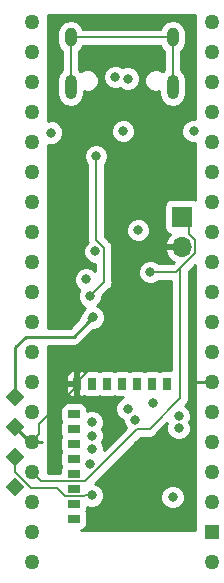
<source format=gbr>
G04 #@! TF.GenerationSoftware,KiCad,Pcbnew,(5.0.0)*
G04 #@! TF.CreationDate,2020-11-24T21:09:57-06:00*
G04 #@! TF.ProjectId,BlueMacro,426C75654D6163726F2E6B696361645F,rev?*
G04 #@! TF.SameCoordinates,Original*
G04 #@! TF.FileFunction,Copper,L4,Bot,Signal*
G04 #@! TF.FilePolarity,Positive*
%FSLAX46Y46*%
G04 Gerber Fmt 4.6, Leading zero omitted, Abs format (unit mm)*
G04 Created by KiCad (PCBNEW (5.0.0)) date 11/24/20 21:09:57*
%MOMM*%
%LPD*%
G01*
G04 APERTURE LIST*
G04 #@! TA.AperFunction,WasherPad*
%ADD10C,1.270000*%
G04 #@! TD*
G04 #@! TA.AperFunction,ComponentPad*
%ADD11C,1.270000*%
G04 #@! TD*
G04 #@! TA.AperFunction,ComponentPad*
%ADD12R,1.250000X1.250000*%
G04 #@! TD*
G04 #@! TA.AperFunction,ComponentPad*
%ADD13R,1.700000X1.700000*%
G04 #@! TD*
G04 #@! TA.AperFunction,ComponentPad*
%ADD14O,1.700000X1.700000*%
G04 #@! TD*
G04 #@! TA.AperFunction,ComponentPad*
%ADD15O,1.000000X1.600000*%
G04 #@! TD*
G04 #@! TA.AperFunction,ComponentPad*
%ADD16O,1.000000X2.100000*%
G04 #@! TD*
G04 #@! TA.AperFunction,ComponentPad*
%ADD17R,0.650000X1.000000*%
G04 #@! TD*
G04 #@! TA.AperFunction,ComponentPad*
%ADD18R,1.000000X0.650000*%
G04 #@! TD*
G04 #@! TA.AperFunction,ComponentPad*
%ADD19C,1.100000*%
G04 #@! TD*
G04 #@! TA.AperFunction,Conductor*
%ADD20C,0.100000*%
G04 #@! TD*
G04 #@! TA.AperFunction,ViaPad*
%ADD21C,0.800000*%
G04 #@! TD*
G04 #@! TA.AperFunction,Conductor*
%ADD22C,0.200000*%
G04 #@! TD*
G04 #@! TA.AperFunction,Conductor*
%ADD23C,0.250000*%
G04 #@! TD*
G04 #@! TA.AperFunction,Conductor*
%ADD24C,0.254000*%
G04 #@! TD*
G04 APERTURE END LIST*
D10*
G04 #@! TO.P,U4,*
G04 #@! TO.N,*
X55880000Y-27940000D03*
X40640000Y-27940000D03*
X55880000Y-73660000D03*
X40640000Y-73660000D03*
D11*
G04 #@! TO.P,U4,34*
G04 #@! TO.N,/P0.10*
X40640000Y-71120000D03*
G04 #@! TO.P,U4,33*
G04 #@! TO.N,/P0.09*
X40640000Y-68580000D03*
G04 #@! TO.P,U4,32*
G04 #@! TO.N,VBatt*
X40640000Y-66040000D03*
G04 #@! TO.P,U4,31*
G04 #@! TO.N,GND*
X40640000Y-63500000D03*
G04 #@! TO.P,U4,30*
G04 #@! TO.N,Reset*
X40640000Y-60960000D03*
G04 #@! TO.P,U4,27*
G04 #@! TO.N,N/C*
X40640000Y-53340000D03*
G04 #@! TO.P,U4,26*
G04 #@! TO.N,/P0.20*
X40640000Y-50800000D03*
G04 #@! TO.P,U4,25*
G04 #@! TO.N,/P0.17*
X40640000Y-48260000D03*
G04 #@! TO.P,U4,28*
G04 #@! TO.N,N/C*
X40640000Y-55880000D03*
G04 #@! TO.P,U4,29*
G04 #@! TO.N,VBus*
X40640000Y-58420000D03*
D12*
G04 #@! TO.P,U4,1*
G04 #@! TO.N,/P1.11*
X55880000Y-71120000D03*
D11*
G04 #@! TO.P,U4,2*
G04 #@! TO.N,/P0.03*
X55880000Y-68580000D03*
G04 #@! TO.P,U4,3*
G04 #@! TO.N,/P0.28*
X55880000Y-66040000D03*
G04 #@! TO.P,U4,4*
G04 #@! TO.N,/P1.13*
X55880000Y-63500000D03*
G04 #@! TO.P,U4,5*
G04 #@! TO.N,Reset*
X55880000Y-60960000D03*
G04 #@! TO.P,U4,6*
G04 #@! TO.N,GND*
X55880000Y-58420000D03*
G04 #@! TO.P,U4,7*
G04 #@! TO.N,/P0.30*
X55880000Y-55880000D03*
G04 #@! TO.P,U4,8*
G04 #@! TO.N,/P0.02*
X55880000Y-53340000D03*
G04 #@! TO.P,U4,9*
G04 #@! TO.N,/P0.29*
X55880000Y-50800000D03*
G04 #@! TO.P,U4,10*
G04 #@! TO.N,/P0.26*
X55880000Y-48260000D03*
G04 #@! TO.P,U4,11*
G04 #@! TO.N,/P0.06*
X55880000Y-45720000D03*
G04 #@! TO.P,U4,12*
G04 #@! TO.N,/P0.05*
X55880000Y-43180000D03*
G04 #@! TO.P,U4,24*
G04 #@! TO.N,/P0.15*
X40640000Y-45720000D03*
G04 #@! TO.P,U4,23*
G04 #@! TO.N,/P0.13*
X40640000Y-43180000D03*
G04 #@! TO.P,U4,22*
G04 #@! TO.N,/P0.22*
X40640000Y-40640000D03*
G04 #@! TO.P,U4,21*
G04 #@! TO.N,/P0.24*
X40640000Y-38100000D03*
G04 #@! TO.P,U4,20*
G04 #@! TO.N,N/C*
X40640000Y-35560000D03*
G04 #@! TO.P,U4,19*
G04 #@! TO.N,/3V3*
X40640000Y-33020000D03*
G04 #@! TO.P,U4,18*
G04 #@! TO.N,/P0.07*
X40640000Y-30480000D03*
G04 #@! TO.P,U4,17*
G04 #@! TO.N,/P1.06*
X55880000Y-30480000D03*
G04 #@! TO.P,U4,16*
G04 #@! TO.N,/P0.12*
X55880000Y-33020000D03*
G04 #@! TO.P,U4,15*
G04 #@! TO.N,/P0.04*
X55880000Y-35560000D03*
G04 #@! TO.P,U4,14*
G04 #@! TO.N,/P1.09*
X55880000Y-38100000D03*
G04 #@! TO.P,U4,13*
G04 #@! TO.N,/P0.08*
X55880000Y-40640000D03*
G04 #@! TD*
D13*
G04 #@! TO.P,J1,1*
G04 #@! TO.N,VBatt*
X53340000Y-44450000D03*
D14*
G04 #@! TO.P,J1,2*
G04 #@! TO.N,GND*
X53340000Y-46990000D03*
G04 #@! TD*
D15*
G04 #@! TO.P,J3,S1*
G04 #@! TO.N,Net-(J3-PadS1)*
X43940000Y-29270000D03*
X52580000Y-29270000D03*
D16*
X43940000Y-33450000D03*
X52580000Y-33450000D03*
G04 #@! TD*
D17*
G04 #@! TO.P,U2,18*
G04 #@! TO.N,/P0.04*
X48283000Y-58607000D03*
G04 #@! TO.P,U2,24*
G04 #@! TO.N,GND*
X44473000Y-58607000D03*
G04 #@! TO.P,U2,22*
G04 #@! TO.N,/P0.07*
X45743000Y-58607000D03*
G04 #@! TO.P,U2,16*
G04 #@! TO.N,/P0.08*
X49553000Y-58607000D03*
G04 #@! TO.P,U2,20*
G04 #@! TO.N,/P0.12*
X47013000Y-58607000D03*
G04 #@! TO.P,U2,12*
G04 #@! TO.N,/P0.26*
X52093000Y-58607000D03*
G04 #@! TO.P,U2,14*
G04 #@! TO.N,/P0.06*
X50823000Y-58607000D03*
D18*
G04 #@! TO.P,U2,42*
G04 #@! TO.N,/P1.06*
X44219000Y-70037000D03*
G04 #@! TO.P,U2,40*
G04 #@! TO.N,RED_LED*
X44219000Y-68767000D03*
G04 #@! TO.P,U2,38*
G04 #@! TO.N,N/C*
X44219000Y-67497000D03*
G04 #@! TO.P,U2,36*
G04 #@! TO.N,SWO*
X44219000Y-66227000D03*
G04 #@! TO.P,U2,34*
G04 #@! TO.N,/P0.22*
X44219000Y-64957000D03*
G04 #@! TO.P,U2,32*
G04 #@! TO.N,/P0.20*
X44219000Y-63687000D03*
G04 #@! TO.P,U2,30*
G04 #@! TO.N,/P0.17*
X44219000Y-62417000D03*
G04 #@! TO.P,U2,28*
G04 #@! TO.N,/P0.15*
X44219000Y-61147000D03*
G04 #@! TD*
D19*
G04 #@! TO.P,TP1,1*
G04 #@! TO.N,VCC*
X39243000Y-59690000D03*
D20*
G04 #@! TD*
G04 #@! TO.N,VCC*
G04 #@! TO.C,TP1*
G36*
X39243000Y-60467817D02*
X38465183Y-59690000D01*
X39243000Y-58912183D01*
X40020817Y-59690000D01*
X39243000Y-60467817D01*
X39243000Y-60467817D01*
G37*
D19*
G04 #@! TO.P,TP2,1*
G04 #@! TO.N,GND*
X39243000Y-62230000D03*
D20*
G04 #@! TD*
G04 #@! TO.N,GND*
G04 #@! TO.C,TP2*
G36*
X39243000Y-63007817D02*
X38465183Y-62230000D01*
X39243000Y-61452183D01*
X40020817Y-62230000D01*
X39243000Y-63007817D01*
X39243000Y-63007817D01*
G37*
D19*
G04 #@! TO.P,TP3,1*
G04 #@! TO.N,SWDCLK*
X39243000Y-64770000D03*
D20*
G04 #@! TD*
G04 #@! TO.N,SWDCLK*
G04 #@! TO.C,TP3*
G36*
X39243000Y-65547817D02*
X38465183Y-64770000D01*
X39243000Y-63992183D01*
X40020817Y-64770000D01*
X39243000Y-65547817D01*
X39243000Y-65547817D01*
G37*
D19*
G04 #@! TO.P,TP4,1*
G04 #@! TO.N,SWDIO*
X39243000Y-67310000D03*
D20*
G04 #@! TD*
G04 #@! TO.N,SWDIO*
G04 #@! TO.C,TP4*
G36*
X39243000Y-68087817D02*
X38465183Y-67310000D01*
X39243000Y-66532183D01*
X40020817Y-67310000D01*
X39243000Y-68087817D01*
X39243000Y-68087817D01*
G37*
D21*
G04 #@! TO.N,GND*
X53340000Y-42418000D03*
X52203831Y-35488064D03*
X44316172Y-35488067D03*
X43942000Y-50546000D03*
X47371000Y-42037000D03*
X49657000Y-63754000D03*
X48338011Y-62357000D03*
G04 #@! TO.N,Net-(C3-Pad1)*
X45575836Y-51184011D03*
X46085447Y-39315048D03*
G04 #@! TO.N,VBatt*
X50673000Y-49149000D03*
G04 #@! TO.N,VCC*
X45835649Y-52973684D03*
G04 #@! TO.N,VBatt_Monitor*
X49657000Y-45593000D03*
X49403000Y-61631990D03*
G04 #@! TO.N,VBus*
X46045497Y-47402942D03*
X48387000Y-37211000D03*
G04 #@! TO.N,RED_LED*
X42291001Y-37338001D03*
G04 #@! TO.N,BLUE_LED*
X52578008Y-68199000D03*
X54356004Y-37211000D03*
G04 #@! TO.N,SWDCLK*
X45719015Y-68052429D03*
G04 #@! TO.N,D+*
X45718490Y-62992004D03*
X48768000Y-32766000D03*
G04 #@! TO.N,D-*
X47726976Y-32628914D03*
X45720000Y-61849000D03*
G04 #@! TO.N,SWO*
X45247876Y-49774684D03*
G04 #@! TO.N,/P0.24*
X45574265Y-65386271D03*
G04 #@! TO.N,/P0.13*
X45718490Y-64135000D03*
G04 #@! TO.N,/P0.02*
X53085990Y-62357000D03*
G04 #@! TO.N,/P0.29*
X53086000Y-61341000D03*
G04 #@! TO.N,/P1.09*
X48768000Y-60706000D03*
G04 #@! TO.N,/P0.05*
X50878011Y-60198006D03*
G04 #@! TD*
D22*
G04 #@! TO.N,GND*
X41274999Y-62865001D02*
X40640000Y-63500000D01*
X41274999Y-61980001D02*
X41274999Y-62865001D01*
X44473000Y-58782000D02*
X41274999Y-61980001D01*
X44473000Y-58607000D02*
X44473000Y-58782000D01*
X44473000Y-58607000D02*
X44473000Y-58432000D01*
X47285002Y-55619998D02*
X47285002Y-52414000D01*
X44473000Y-58432000D02*
X47285002Y-55619998D01*
D23*
X55880000Y-58420000D02*
X54356000Y-58420000D01*
X41538025Y-63500000D02*
X40640000Y-63500000D01*
X40513000Y-63500000D02*
X39243000Y-62230000D01*
X40640000Y-63500000D02*
X40513000Y-63500000D01*
D22*
G04 #@! TO.N,Net-(C3-Pad1)*
X46745498Y-50014349D02*
X46745498Y-47066941D01*
X46085447Y-46406890D02*
X46085447Y-39880733D01*
X45575836Y-51184011D02*
X46745498Y-50014349D01*
X46085447Y-39880733D02*
X46085447Y-39315048D01*
X46745498Y-47066941D02*
X46085447Y-46406890D01*
G04 #@! TO.N,VBatt*
X40640000Y-66040000D02*
X41452001Y-66852001D01*
X41452001Y-66852001D02*
X45161999Y-66852001D01*
X50628001Y-62422001D02*
X53213000Y-59837002D01*
X49591999Y-62422001D02*
X50628001Y-62422001D01*
X45161999Y-66852001D02*
X49591999Y-62422001D01*
X53213000Y-59837002D02*
X53213000Y-48819002D01*
X52883002Y-49149000D02*
X50673000Y-49149000D01*
X53213000Y-48819002D02*
X52883002Y-49149000D01*
X53594000Y-44450000D02*
X53340000Y-44450000D01*
X53975000Y-44831000D02*
X53594000Y-44450000D01*
X53975000Y-45922998D02*
X53975000Y-44831000D01*
X54490001Y-46437999D02*
X53975000Y-45922998D01*
X53213000Y-48819002D02*
X54490001Y-47542001D01*
X54490001Y-47542001D02*
X54490001Y-46437999D01*
D23*
G04 #@! TO.N,VCC*
X45434997Y-53045677D02*
X45763656Y-53045677D01*
X45435650Y-53373683D02*
X45835649Y-52973684D01*
X45763656Y-53045677D02*
X45835649Y-52973684D01*
X40132000Y-54610000D02*
X44199333Y-54610000D01*
X39243000Y-59690000D02*
X39243000Y-55499000D01*
X39243000Y-55499000D02*
X40132000Y-54610000D01*
X44199333Y-54610000D02*
X45435650Y-53373683D01*
D22*
G04 #@! TO.N,SWDCLK*
X39243000Y-64770000D02*
X39243000Y-66107902D01*
X42755001Y-67418001D02*
X43463329Y-68126329D01*
X45079430Y-68126329D02*
X45153330Y-68052429D01*
X43463329Y-68126329D02*
X45079430Y-68126329D01*
X45153330Y-68052429D02*
X45719015Y-68052429D01*
X40553099Y-67418001D02*
X42755001Y-67418001D01*
X39243000Y-66107902D02*
X40553099Y-67418001D01*
G04 #@! TO.N,Net-(J3-PadS1)*
X52580000Y-30270000D02*
X52580000Y-33450000D01*
X52580000Y-29270000D02*
X52580000Y-30270000D01*
X43940000Y-30270000D02*
X43940000Y-33450000D01*
X43940000Y-29270000D02*
X43940000Y-30270000D01*
X43940000Y-29270000D02*
X51880000Y-29270000D01*
X51880000Y-29270000D02*
X52580000Y-29270000D01*
G04 #@! TD*
D24*
G04 #@! TO.N,GND*
G36*
X54483000Y-70993000D02*
X44801650Y-70993000D01*
X44966765Y-70960157D01*
X45176809Y-70819809D01*
X45317157Y-70609765D01*
X45366440Y-70362000D01*
X45366440Y-69712000D01*
X45317157Y-69464235D01*
X45275573Y-69402000D01*
X45317157Y-69339765D01*
X45366440Y-69092000D01*
X45366440Y-69026664D01*
X45513141Y-69087429D01*
X45924889Y-69087429D01*
X46305295Y-68929860D01*
X46596446Y-68638709D01*
X46754015Y-68258303D01*
X46754015Y-67993126D01*
X51543008Y-67993126D01*
X51543008Y-68404874D01*
X51700577Y-68785280D01*
X51991728Y-69076431D01*
X52372134Y-69234000D01*
X52783882Y-69234000D01*
X53164288Y-69076431D01*
X53455439Y-68785280D01*
X53613008Y-68404874D01*
X53613008Y-67993126D01*
X53455439Y-67612720D01*
X53164288Y-67321569D01*
X52783882Y-67164000D01*
X52372134Y-67164000D01*
X51991728Y-67321569D01*
X51700577Y-67612720D01*
X51543008Y-67993126D01*
X46754015Y-67993126D01*
X46754015Y-67846555D01*
X46596446Y-67466149D01*
X46305295Y-67174998D01*
X46003468Y-67049978D01*
X49896446Y-63157001D01*
X50555617Y-63157001D01*
X50628001Y-63171399D01*
X50700385Y-63157001D01*
X50700389Y-63157001D01*
X50914784Y-63114355D01*
X51157906Y-62951906D01*
X51198912Y-62890536D01*
X52130658Y-61958791D01*
X52050990Y-62151126D01*
X52050990Y-62562874D01*
X52208559Y-62943280D01*
X52499710Y-63234431D01*
X52880116Y-63392000D01*
X53291864Y-63392000D01*
X53672270Y-63234431D01*
X53963421Y-62943280D01*
X54120990Y-62562874D01*
X54120990Y-62151126D01*
X53995851Y-61849012D01*
X54121000Y-61546874D01*
X54121000Y-61135126D01*
X53963431Y-60754720D01*
X53672280Y-60463569D01*
X53639470Y-60449979D01*
X53681538Y-60407911D01*
X53742905Y-60366907D01*
X53905354Y-60123785D01*
X53948000Y-59909390D01*
X53948000Y-59909389D01*
X53962399Y-59837002D01*
X53948000Y-59764614D01*
X53948000Y-49123448D01*
X54483000Y-48588449D01*
X54483000Y-70993000D01*
X54483000Y-70993000D01*
G37*
X54483000Y-70993000D02*
X44801650Y-70993000D01*
X44966765Y-70960157D01*
X45176809Y-70819809D01*
X45317157Y-70609765D01*
X45366440Y-70362000D01*
X45366440Y-69712000D01*
X45317157Y-69464235D01*
X45275573Y-69402000D01*
X45317157Y-69339765D01*
X45366440Y-69092000D01*
X45366440Y-69026664D01*
X45513141Y-69087429D01*
X45924889Y-69087429D01*
X46305295Y-68929860D01*
X46596446Y-68638709D01*
X46754015Y-68258303D01*
X46754015Y-67993126D01*
X51543008Y-67993126D01*
X51543008Y-68404874D01*
X51700577Y-68785280D01*
X51991728Y-69076431D01*
X52372134Y-69234000D01*
X52783882Y-69234000D01*
X53164288Y-69076431D01*
X53455439Y-68785280D01*
X53613008Y-68404874D01*
X53613008Y-67993126D01*
X53455439Y-67612720D01*
X53164288Y-67321569D01*
X52783882Y-67164000D01*
X52372134Y-67164000D01*
X51991728Y-67321569D01*
X51700577Y-67612720D01*
X51543008Y-67993126D01*
X46754015Y-67993126D01*
X46754015Y-67846555D01*
X46596446Y-67466149D01*
X46305295Y-67174998D01*
X46003468Y-67049978D01*
X49896446Y-63157001D01*
X50555617Y-63157001D01*
X50628001Y-63171399D01*
X50700385Y-63157001D01*
X50700389Y-63157001D01*
X50914784Y-63114355D01*
X51157906Y-62951906D01*
X51198912Y-62890536D01*
X52130658Y-61958791D01*
X52050990Y-62151126D01*
X52050990Y-62562874D01*
X52208559Y-62943280D01*
X52499710Y-63234431D01*
X52880116Y-63392000D01*
X53291864Y-63392000D01*
X53672270Y-63234431D01*
X53963421Y-62943280D01*
X54120990Y-62562874D01*
X54120990Y-62151126D01*
X53995851Y-61849012D01*
X54121000Y-61546874D01*
X54121000Y-61135126D01*
X53963431Y-60754720D01*
X53672280Y-60463569D01*
X53639470Y-60449979D01*
X53681538Y-60407911D01*
X53742905Y-60366907D01*
X53905354Y-60123785D01*
X53948000Y-59909390D01*
X53948000Y-59909389D01*
X53962399Y-59837002D01*
X53948000Y-59764614D01*
X53948000Y-49123448D01*
X54483000Y-48588449D01*
X54483000Y-70993000D01*
G36*
X54483000Y-36176000D02*
X54150130Y-36176000D01*
X53769724Y-36333569D01*
X53478573Y-36624720D01*
X53321004Y-37005126D01*
X53321004Y-37416874D01*
X53478573Y-37797280D01*
X53769724Y-38088431D01*
X54150130Y-38246000D01*
X54483000Y-38246000D01*
X54483000Y-43032068D01*
X54437765Y-43001843D01*
X54190000Y-42952560D01*
X52490000Y-42952560D01*
X52242235Y-43001843D01*
X52032191Y-43142191D01*
X51891843Y-43352235D01*
X51842560Y-43600000D01*
X51842560Y-45300000D01*
X51891843Y-45547765D01*
X52032191Y-45757809D01*
X52242235Y-45898157D01*
X52345708Y-45918739D01*
X52068355Y-46223076D01*
X51898524Y-46633110D01*
X52019845Y-46863000D01*
X53213000Y-46863000D01*
X53213000Y-46843000D01*
X53467000Y-46843000D01*
X53467000Y-46863000D01*
X53487000Y-46863000D01*
X53487000Y-47117000D01*
X53467000Y-47117000D01*
X53467000Y-47137000D01*
X53213000Y-47137000D01*
X53213000Y-47117000D01*
X52019845Y-47117000D01*
X51898524Y-47346890D01*
X52068355Y-47756924D01*
X52458642Y-48185183D01*
X52682335Y-48290235D01*
X52642092Y-48350464D01*
X52578556Y-48414000D01*
X51401711Y-48414000D01*
X51259280Y-48271569D01*
X50878874Y-48114000D01*
X50467126Y-48114000D01*
X50086720Y-48271569D01*
X49795569Y-48562720D01*
X49638000Y-48943126D01*
X49638000Y-49354874D01*
X49795569Y-49735280D01*
X50086720Y-50026431D01*
X50467126Y-50184000D01*
X50878874Y-50184000D01*
X51259280Y-50026431D01*
X51401711Y-49884000D01*
X52478001Y-49884000D01*
X52478000Y-57471495D01*
X52418000Y-57459560D01*
X51768000Y-57459560D01*
X51520235Y-57508843D01*
X51458000Y-57550427D01*
X51395765Y-57508843D01*
X51148000Y-57459560D01*
X50498000Y-57459560D01*
X50250235Y-57508843D01*
X50188000Y-57550427D01*
X50125765Y-57508843D01*
X49878000Y-57459560D01*
X49228000Y-57459560D01*
X48980235Y-57508843D01*
X48918000Y-57550427D01*
X48855765Y-57508843D01*
X48608000Y-57459560D01*
X47958000Y-57459560D01*
X47710235Y-57508843D01*
X47648000Y-57550427D01*
X47585765Y-57508843D01*
X47338000Y-57459560D01*
X46688000Y-57459560D01*
X46440235Y-57508843D01*
X46378000Y-57550427D01*
X46315765Y-57508843D01*
X46068000Y-57459560D01*
X45418000Y-57459560D01*
X45170235Y-57508843D01*
X45110162Y-57548983D01*
X44924309Y-57472000D01*
X44758750Y-57472000D01*
X44600000Y-57630750D01*
X44600000Y-58480000D01*
X44620000Y-58480000D01*
X44620000Y-58734000D01*
X44600000Y-58734000D01*
X44600000Y-59583250D01*
X44758750Y-59742000D01*
X44924309Y-59742000D01*
X45110162Y-59665017D01*
X45170235Y-59705157D01*
X45418000Y-59754440D01*
X46068000Y-59754440D01*
X46315765Y-59705157D01*
X46378000Y-59663573D01*
X46440235Y-59705157D01*
X46688000Y-59754440D01*
X47338000Y-59754440D01*
X47585765Y-59705157D01*
X47648000Y-59663573D01*
X47710235Y-59705157D01*
X47958000Y-59754440D01*
X48360684Y-59754440D01*
X48181720Y-59828569D01*
X47890569Y-60119720D01*
X47733000Y-60500126D01*
X47733000Y-60911874D01*
X47890569Y-61292280D01*
X48181720Y-61583431D01*
X48368000Y-61660591D01*
X48368000Y-61837864D01*
X48525569Y-62218270D01*
X48640926Y-62333627D01*
X46753490Y-64221064D01*
X46753490Y-63929126D01*
X46602044Y-63563502D01*
X46753490Y-63197878D01*
X46753490Y-62786130D01*
X46602797Y-62422325D01*
X46755000Y-62054874D01*
X46755000Y-61643126D01*
X46597431Y-61262720D01*
X46306280Y-60971569D01*
X45925874Y-60814000D01*
X45514126Y-60814000D01*
X45366440Y-60875173D01*
X45366440Y-60822000D01*
X45317157Y-60574235D01*
X45176809Y-60364191D01*
X44966765Y-60223843D01*
X44719000Y-60174560D01*
X43719000Y-60174560D01*
X43471235Y-60223843D01*
X43261191Y-60364191D01*
X43120843Y-60574235D01*
X43071560Y-60822000D01*
X43071560Y-61472000D01*
X43120843Y-61719765D01*
X43162427Y-61782000D01*
X43120843Y-61844235D01*
X43071560Y-62092000D01*
X43071560Y-62742000D01*
X43120843Y-62989765D01*
X43162427Y-63052000D01*
X43120843Y-63114235D01*
X43071560Y-63362000D01*
X43071560Y-64012000D01*
X43120843Y-64259765D01*
X43162427Y-64322000D01*
X43120843Y-64384235D01*
X43071560Y-64632000D01*
X43071560Y-65282000D01*
X43120843Y-65529765D01*
X43162427Y-65592000D01*
X43120843Y-65654235D01*
X43071560Y-65902000D01*
X43071560Y-66117001D01*
X42037000Y-66117001D01*
X42037000Y-58892750D01*
X43513000Y-58892750D01*
X43513000Y-59233310D01*
X43609673Y-59466699D01*
X43788302Y-59645327D01*
X44021691Y-59742000D01*
X44187250Y-59742000D01*
X44346000Y-59583250D01*
X44346000Y-58734000D01*
X43671750Y-58734000D01*
X43513000Y-58892750D01*
X42037000Y-58892750D01*
X42037000Y-57980690D01*
X43513000Y-57980690D01*
X43513000Y-58321250D01*
X43671750Y-58480000D01*
X44346000Y-58480000D01*
X44346000Y-57630750D01*
X44187250Y-57472000D01*
X44021691Y-57472000D01*
X43788302Y-57568673D01*
X43609673Y-57747301D01*
X43513000Y-57980690D01*
X42037000Y-57980690D01*
X42037000Y-55370000D01*
X44124486Y-55370000D01*
X44199333Y-55384888D01*
X44274180Y-55370000D01*
X44274185Y-55370000D01*
X44495870Y-55325904D01*
X44747262Y-55157929D01*
X44789664Y-55094470D01*
X45875451Y-54008684D01*
X46041523Y-54008684D01*
X46421929Y-53851115D01*
X46713080Y-53559964D01*
X46870649Y-53179558D01*
X46870649Y-52767810D01*
X46713080Y-52387404D01*
X46421929Y-52096253D01*
X46213598Y-52009960D01*
X46453267Y-51770291D01*
X46610836Y-51389885D01*
X46610836Y-51188457D01*
X47214036Y-50585258D01*
X47275403Y-50544254D01*
X47437852Y-50301132D01*
X47480498Y-50086737D01*
X47480498Y-50086733D01*
X47494896Y-50014349D01*
X47480498Y-49941965D01*
X47480498Y-47139324D01*
X47494896Y-47066940D01*
X47480498Y-46994556D01*
X47480498Y-46994553D01*
X47437852Y-46780158D01*
X47275403Y-46537036D01*
X47214035Y-46496031D01*
X46820447Y-46102444D01*
X46820447Y-45387126D01*
X48622000Y-45387126D01*
X48622000Y-45798874D01*
X48779569Y-46179280D01*
X49070720Y-46470431D01*
X49451126Y-46628000D01*
X49862874Y-46628000D01*
X50243280Y-46470431D01*
X50534431Y-46179280D01*
X50692000Y-45798874D01*
X50692000Y-45387126D01*
X50534431Y-45006720D01*
X50243280Y-44715569D01*
X49862874Y-44558000D01*
X49451126Y-44558000D01*
X49070720Y-44715569D01*
X48779569Y-45006720D01*
X48622000Y-45387126D01*
X46820447Y-45387126D01*
X46820447Y-40043759D01*
X46962878Y-39901328D01*
X47120447Y-39520922D01*
X47120447Y-39109174D01*
X46962878Y-38728768D01*
X46671727Y-38437617D01*
X46291321Y-38280048D01*
X45879573Y-38280048D01*
X45499167Y-38437617D01*
X45208016Y-38728768D01*
X45050447Y-39109174D01*
X45050447Y-39520922D01*
X45208016Y-39901328D01*
X45350448Y-40043760D01*
X45350447Y-46334506D01*
X45336049Y-46406890D01*
X45350447Y-46479274D01*
X45350447Y-46479277D01*
X45376164Y-46608564D01*
X45168066Y-46816662D01*
X45010497Y-47197068D01*
X45010497Y-47608816D01*
X45168066Y-47989222D01*
X45459217Y-48280373D01*
X45839623Y-48437942D01*
X46010499Y-48437942D01*
X46010498Y-49073595D01*
X45834156Y-48897253D01*
X45453750Y-48739684D01*
X45042002Y-48739684D01*
X44661596Y-48897253D01*
X44370445Y-49188404D01*
X44212876Y-49568810D01*
X44212876Y-49980558D01*
X44370445Y-50360964D01*
X44661596Y-50652115D01*
X44673787Y-50657165D01*
X44540836Y-50978137D01*
X44540836Y-51389885D01*
X44698405Y-51770291D01*
X44989556Y-52061442D01*
X45197887Y-52147735D01*
X44958218Y-52387404D01*
X44922249Y-52474241D01*
X44887068Y-52497748D01*
X44719093Y-52749140D01*
X44660108Y-53045677D01*
X44664877Y-53069654D01*
X43884532Y-53850000D01*
X42037000Y-53850000D01*
X42037000Y-38353066D01*
X42085127Y-38373001D01*
X42496875Y-38373001D01*
X42877281Y-38215432D01*
X43168432Y-37924281D01*
X43326001Y-37543875D01*
X43326001Y-37132127D01*
X43273396Y-37005126D01*
X47352000Y-37005126D01*
X47352000Y-37416874D01*
X47509569Y-37797280D01*
X47800720Y-38088431D01*
X48181126Y-38246000D01*
X48592874Y-38246000D01*
X48973280Y-38088431D01*
X49264431Y-37797280D01*
X49422000Y-37416874D01*
X49422000Y-37005126D01*
X49264431Y-36624720D01*
X48973280Y-36333569D01*
X48592874Y-36176000D01*
X48181126Y-36176000D01*
X47800720Y-36333569D01*
X47509569Y-36624720D01*
X47352000Y-37005126D01*
X43273396Y-37005126D01*
X43168432Y-36751721D01*
X42877281Y-36460570D01*
X42496875Y-36303001D01*
X42085127Y-36303001D01*
X42037000Y-36322936D01*
X42037000Y-28858217D01*
X42805000Y-28858217D01*
X42805000Y-29681782D01*
X42870854Y-30012854D01*
X43121711Y-30388289D01*
X43205000Y-30443941D01*
X43205001Y-32026059D01*
X43121712Y-32081711D01*
X42870854Y-32457145D01*
X42805000Y-32788217D01*
X42805000Y-34111782D01*
X42870854Y-34442854D01*
X43121711Y-34818289D01*
X43497145Y-35069146D01*
X43940000Y-35157235D01*
X44382854Y-35069146D01*
X44758289Y-34818289D01*
X45009146Y-34442855D01*
X45075000Y-34111783D01*
X45075000Y-33836904D01*
X45179044Y-33880000D01*
X45560956Y-33880000D01*
X45913797Y-33733849D01*
X46183849Y-33463797D01*
X46330000Y-33110956D01*
X46330000Y-32729044D01*
X46203250Y-32423040D01*
X46691976Y-32423040D01*
X46691976Y-32834788D01*
X46849545Y-33215194D01*
X47140696Y-33506345D01*
X47521102Y-33663914D01*
X47932850Y-33663914D01*
X48123311Y-33585022D01*
X48181720Y-33643431D01*
X48562126Y-33801000D01*
X48973874Y-33801000D01*
X49354280Y-33643431D01*
X49645431Y-33352280D01*
X49803000Y-32971874D01*
X49803000Y-32560126D01*
X49645431Y-32179720D01*
X49354280Y-31888569D01*
X48973874Y-31731000D01*
X48562126Y-31731000D01*
X48371665Y-31809892D01*
X48313256Y-31751483D01*
X47932850Y-31593914D01*
X47521102Y-31593914D01*
X47140696Y-31751483D01*
X46849545Y-32042634D01*
X46691976Y-32423040D01*
X46203250Y-32423040D01*
X46183849Y-32376203D01*
X45913797Y-32106151D01*
X45560956Y-31960000D01*
X45179044Y-31960000D01*
X44826203Y-32106151D01*
X44795281Y-32137073D01*
X44758289Y-32081711D01*
X44675000Y-32026059D01*
X44675000Y-30443941D01*
X44758289Y-30388289D01*
X45009146Y-30012855D01*
X45010708Y-30005000D01*
X51509292Y-30005000D01*
X51510854Y-30012854D01*
X51761711Y-30388289D01*
X51845000Y-30443941D01*
X51845001Y-32026059D01*
X51761712Y-32081711D01*
X51724720Y-32137074D01*
X51693797Y-32106151D01*
X51340956Y-31960000D01*
X50959044Y-31960000D01*
X50606203Y-32106151D01*
X50336151Y-32376203D01*
X50190000Y-32729044D01*
X50190000Y-33110956D01*
X50336151Y-33463797D01*
X50606203Y-33733849D01*
X50959044Y-33880000D01*
X51340956Y-33880000D01*
X51445000Y-33836904D01*
X51445000Y-34111782D01*
X51510854Y-34442854D01*
X51761711Y-34818289D01*
X52137145Y-35069146D01*
X52580000Y-35157235D01*
X53022854Y-35069146D01*
X53398289Y-34818289D01*
X53649146Y-34442855D01*
X53715000Y-34111783D01*
X53715000Y-32788217D01*
X53649146Y-32457145D01*
X53398289Y-32081711D01*
X53315000Y-32026059D01*
X53315000Y-30443941D01*
X53398289Y-30388289D01*
X53649146Y-30012855D01*
X53715000Y-29681783D01*
X53715000Y-28858218D01*
X53649146Y-28527146D01*
X53398289Y-28151711D01*
X53022855Y-27900854D01*
X52580000Y-27812765D01*
X52137146Y-27900854D01*
X51761712Y-28151711D01*
X51510854Y-28527145D01*
X51509292Y-28535000D01*
X45010708Y-28535000D01*
X45009146Y-28527146D01*
X44758289Y-28151711D01*
X44382855Y-27900854D01*
X43940000Y-27812765D01*
X43497146Y-27900854D01*
X43121712Y-28151711D01*
X42870854Y-28527145D01*
X42805000Y-28858217D01*
X42037000Y-28858217D01*
X42037000Y-27380000D01*
X54483000Y-27380000D01*
X54483000Y-36176000D01*
X54483000Y-36176000D01*
G37*
X54483000Y-36176000D02*
X54150130Y-36176000D01*
X53769724Y-36333569D01*
X53478573Y-36624720D01*
X53321004Y-37005126D01*
X53321004Y-37416874D01*
X53478573Y-37797280D01*
X53769724Y-38088431D01*
X54150130Y-38246000D01*
X54483000Y-38246000D01*
X54483000Y-43032068D01*
X54437765Y-43001843D01*
X54190000Y-42952560D01*
X52490000Y-42952560D01*
X52242235Y-43001843D01*
X52032191Y-43142191D01*
X51891843Y-43352235D01*
X51842560Y-43600000D01*
X51842560Y-45300000D01*
X51891843Y-45547765D01*
X52032191Y-45757809D01*
X52242235Y-45898157D01*
X52345708Y-45918739D01*
X52068355Y-46223076D01*
X51898524Y-46633110D01*
X52019845Y-46863000D01*
X53213000Y-46863000D01*
X53213000Y-46843000D01*
X53467000Y-46843000D01*
X53467000Y-46863000D01*
X53487000Y-46863000D01*
X53487000Y-47117000D01*
X53467000Y-47117000D01*
X53467000Y-47137000D01*
X53213000Y-47137000D01*
X53213000Y-47117000D01*
X52019845Y-47117000D01*
X51898524Y-47346890D01*
X52068355Y-47756924D01*
X52458642Y-48185183D01*
X52682335Y-48290235D01*
X52642092Y-48350464D01*
X52578556Y-48414000D01*
X51401711Y-48414000D01*
X51259280Y-48271569D01*
X50878874Y-48114000D01*
X50467126Y-48114000D01*
X50086720Y-48271569D01*
X49795569Y-48562720D01*
X49638000Y-48943126D01*
X49638000Y-49354874D01*
X49795569Y-49735280D01*
X50086720Y-50026431D01*
X50467126Y-50184000D01*
X50878874Y-50184000D01*
X51259280Y-50026431D01*
X51401711Y-49884000D01*
X52478001Y-49884000D01*
X52478000Y-57471495D01*
X52418000Y-57459560D01*
X51768000Y-57459560D01*
X51520235Y-57508843D01*
X51458000Y-57550427D01*
X51395765Y-57508843D01*
X51148000Y-57459560D01*
X50498000Y-57459560D01*
X50250235Y-57508843D01*
X50188000Y-57550427D01*
X50125765Y-57508843D01*
X49878000Y-57459560D01*
X49228000Y-57459560D01*
X48980235Y-57508843D01*
X48918000Y-57550427D01*
X48855765Y-57508843D01*
X48608000Y-57459560D01*
X47958000Y-57459560D01*
X47710235Y-57508843D01*
X47648000Y-57550427D01*
X47585765Y-57508843D01*
X47338000Y-57459560D01*
X46688000Y-57459560D01*
X46440235Y-57508843D01*
X46378000Y-57550427D01*
X46315765Y-57508843D01*
X46068000Y-57459560D01*
X45418000Y-57459560D01*
X45170235Y-57508843D01*
X45110162Y-57548983D01*
X44924309Y-57472000D01*
X44758750Y-57472000D01*
X44600000Y-57630750D01*
X44600000Y-58480000D01*
X44620000Y-58480000D01*
X44620000Y-58734000D01*
X44600000Y-58734000D01*
X44600000Y-59583250D01*
X44758750Y-59742000D01*
X44924309Y-59742000D01*
X45110162Y-59665017D01*
X45170235Y-59705157D01*
X45418000Y-59754440D01*
X46068000Y-59754440D01*
X46315765Y-59705157D01*
X46378000Y-59663573D01*
X46440235Y-59705157D01*
X46688000Y-59754440D01*
X47338000Y-59754440D01*
X47585765Y-59705157D01*
X47648000Y-59663573D01*
X47710235Y-59705157D01*
X47958000Y-59754440D01*
X48360684Y-59754440D01*
X48181720Y-59828569D01*
X47890569Y-60119720D01*
X47733000Y-60500126D01*
X47733000Y-60911874D01*
X47890569Y-61292280D01*
X48181720Y-61583431D01*
X48368000Y-61660591D01*
X48368000Y-61837864D01*
X48525569Y-62218270D01*
X48640926Y-62333627D01*
X46753490Y-64221064D01*
X46753490Y-63929126D01*
X46602044Y-63563502D01*
X46753490Y-63197878D01*
X46753490Y-62786130D01*
X46602797Y-62422325D01*
X46755000Y-62054874D01*
X46755000Y-61643126D01*
X46597431Y-61262720D01*
X46306280Y-60971569D01*
X45925874Y-60814000D01*
X45514126Y-60814000D01*
X45366440Y-60875173D01*
X45366440Y-60822000D01*
X45317157Y-60574235D01*
X45176809Y-60364191D01*
X44966765Y-60223843D01*
X44719000Y-60174560D01*
X43719000Y-60174560D01*
X43471235Y-60223843D01*
X43261191Y-60364191D01*
X43120843Y-60574235D01*
X43071560Y-60822000D01*
X43071560Y-61472000D01*
X43120843Y-61719765D01*
X43162427Y-61782000D01*
X43120843Y-61844235D01*
X43071560Y-62092000D01*
X43071560Y-62742000D01*
X43120843Y-62989765D01*
X43162427Y-63052000D01*
X43120843Y-63114235D01*
X43071560Y-63362000D01*
X43071560Y-64012000D01*
X43120843Y-64259765D01*
X43162427Y-64322000D01*
X43120843Y-64384235D01*
X43071560Y-64632000D01*
X43071560Y-65282000D01*
X43120843Y-65529765D01*
X43162427Y-65592000D01*
X43120843Y-65654235D01*
X43071560Y-65902000D01*
X43071560Y-66117001D01*
X42037000Y-66117001D01*
X42037000Y-58892750D01*
X43513000Y-58892750D01*
X43513000Y-59233310D01*
X43609673Y-59466699D01*
X43788302Y-59645327D01*
X44021691Y-59742000D01*
X44187250Y-59742000D01*
X44346000Y-59583250D01*
X44346000Y-58734000D01*
X43671750Y-58734000D01*
X43513000Y-58892750D01*
X42037000Y-58892750D01*
X42037000Y-57980690D01*
X43513000Y-57980690D01*
X43513000Y-58321250D01*
X43671750Y-58480000D01*
X44346000Y-58480000D01*
X44346000Y-57630750D01*
X44187250Y-57472000D01*
X44021691Y-57472000D01*
X43788302Y-57568673D01*
X43609673Y-57747301D01*
X43513000Y-57980690D01*
X42037000Y-57980690D01*
X42037000Y-55370000D01*
X44124486Y-55370000D01*
X44199333Y-55384888D01*
X44274180Y-55370000D01*
X44274185Y-55370000D01*
X44495870Y-55325904D01*
X44747262Y-55157929D01*
X44789664Y-55094470D01*
X45875451Y-54008684D01*
X46041523Y-54008684D01*
X46421929Y-53851115D01*
X46713080Y-53559964D01*
X46870649Y-53179558D01*
X46870649Y-52767810D01*
X46713080Y-52387404D01*
X46421929Y-52096253D01*
X46213598Y-52009960D01*
X46453267Y-51770291D01*
X46610836Y-51389885D01*
X46610836Y-51188457D01*
X47214036Y-50585258D01*
X47275403Y-50544254D01*
X47437852Y-50301132D01*
X47480498Y-50086737D01*
X47480498Y-50086733D01*
X47494896Y-50014349D01*
X47480498Y-49941965D01*
X47480498Y-47139324D01*
X47494896Y-47066940D01*
X47480498Y-46994556D01*
X47480498Y-46994553D01*
X47437852Y-46780158D01*
X47275403Y-46537036D01*
X47214035Y-46496031D01*
X46820447Y-46102444D01*
X46820447Y-45387126D01*
X48622000Y-45387126D01*
X48622000Y-45798874D01*
X48779569Y-46179280D01*
X49070720Y-46470431D01*
X49451126Y-46628000D01*
X49862874Y-46628000D01*
X50243280Y-46470431D01*
X50534431Y-46179280D01*
X50692000Y-45798874D01*
X50692000Y-45387126D01*
X50534431Y-45006720D01*
X50243280Y-44715569D01*
X49862874Y-44558000D01*
X49451126Y-44558000D01*
X49070720Y-44715569D01*
X48779569Y-45006720D01*
X48622000Y-45387126D01*
X46820447Y-45387126D01*
X46820447Y-40043759D01*
X46962878Y-39901328D01*
X47120447Y-39520922D01*
X47120447Y-39109174D01*
X46962878Y-38728768D01*
X46671727Y-38437617D01*
X46291321Y-38280048D01*
X45879573Y-38280048D01*
X45499167Y-38437617D01*
X45208016Y-38728768D01*
X45050447Y-39109174D01*
X45050447Y-39520922D01*
X45208016Y-39901328D01*
X45350448Y-40043760D01*
X45350447Y-46334506D01*
X45336049Y-46406890D01*
X45350447Y-46479274D01*
X45350447Y-46479277D01*
X45376164Y-46608564D01*
X45168066Y-46816662D01*
X45010497Y-47197068D01*
X45010497Y-47608816D01*
X45168066Y-47989222D01*
X45459217Y-48280373D01*
X45839623Y-48437942D01*
X46010499Y-48437942D01*
X46010498Y-49073595D01*
X45834156Y-48897253D01*
X45453750Y-48739684D01*
X45042002Y-48739684D01*
X44661596Y-48897253D01*
X44370445Y-49188404D01*
X44212876Y-49568810D01*
X44212876Y-49980558D01*
X44370445Y-50360964D01*
X44661596Y-50652115D01*
X44673787Y-50657165D01*
X44540836Y-50978137D01*
X44540836Y-51389885D01*
X44698405Y-51770291D01*
X44989556Y-52061442D01*
X45197887Y-52147735D01*
X44958218Y-52387404D01*
X44922249Y-52474241D01*
X44887068Y-52497748D01*
X44719093Y-52749140D01*
X44660108Y-53045677D01*
X44664877Y-53069654D01*
X43884532Y-53850000D01*
X42037000Y-53850000D01*
X42037000Y-38353066D01*
X42085127Y-38373001D01*
X42496875Y-38373001D01*
X42877281Y-38215432D01*
X43168432Y-37924281D01*
X43326001Y-37543875D01*
X43326001Y-37132127D01*
X43273396Y-37005126D01*
X47352000Y-37005126D01*
X47352000Y-37416874D01*
X47509569Y-37797280D01*
X47800720Y-38088431D01*
X48181126Y-38246000D01*
X48592874Y-38246000D01*
X48973280Y-38088431D01*
X49264431Y-37797280D01*
X49422000Y-37416874D01*
X49422000Y-37005126D01*
X49264431Y-36624720D01*
X48973280Y-36333569D01*
X48592874Y-36176000D01*
X48181126Y-36176000D01*
X47800720Y-36333569D01*
X47509569Y-36624720D01*
X47352000Y-37005126D01*
X43273396Y-37005126D01*
X43168432Y-36751721D01*
X42877281Y-36460570D01*
X42496875Y-36303001D01*
X42085127Y-36303001D01*
X42037000Y-36322936D01*
X42037000Y-28858217D01*
X42805000Y-28858217D01*
X42805000Y-29681782D01*
X42870854Y-30012854D01*
X43121711Y-30388289D01*
X43205000Y-30443941D01*
X43205001Y-32026059D01*
X43121712Y-32081711D01*
X42870854Y-32457145D01*
X42805000Y-32788217D01*
X42805000Y-34111782D01*
X42870854Y-34442854D01*
X43121711Y-34818289D01*
X43497145Y-35069146D01*
X43940000Y-35157235D01*
X44382854Y-35069146D01*
X44758289Y-34818289D01*
X45009146Y-34442855D01*
X45075000Y-34111783D01*
X45075000Y-33836904D01*
X45179044Y-33880000D01*
X45560956Y-33880000D01*
X45913797Y-33733849D01*
X46183849Y-33463797D01*
X46330000Y-33110956D01*
X46330000Y-32729044D01*
X46203250Y-32423040D01*
X46691976Y-32423040D01*
X46691976Y-32834788D01*
X46849545Y-33215194D01*
X47140696Y-33506345D01*
X47521102Y-33663914D01*
X47932850Y-33663914D01*
X48123311Y-33585022D01*
X48181720Y-33643431D01*
X48562126Y-33801000D01*
X48973874Y-33801000D01*
X49354280Y-33643431D01*
X49645431Y-33352280D01*
X49803000Y-32971874D01*
X49803000Y-32560126D01*
X49645431Y-32179720D01*
X49354280Y-31888569D01*
X48973874Y-31731000D01*
X48562126Y-31731000D01*
X48371665Y-31809892D01*
X48313256Y-31751483D01*
X47932850Y-31593914D01*
X47521102Y-31593914D01*
X47140696Y-31751483D01*
X46849545Y-32042634D01*
X46691976Y-32423040D01*
X46203250Y-32423040D01*
X46183849Y-32376203D01*
X45913797Y-32106151D01*
X45560956Y-31960000D01*
X45179044Y-31960000D01*
X44826203Y-32106151D01*
X44795281Y-32137073D01*
X44758289Y-32081711D01*
X44675000Y-32026059D01*
X44675000Y-30443941D01*
X44758289Y-30388289D01*
X45009146Y-30012855D01*
X45010708Y-30005000D01*
X51509292Y-30005000D01*
X51510854Y-30012854D01*
X51761711Y-30388289D01*
X51845000Y-30443941D01*
X51845001Y-32026059D01*
X51761712Y-32081711D01*
X51724720Y-32137074D01*
X51693797Y-32106151D01*
X51340956Y-31960000D01*
X50959044Y-31960000D01*
X50606203Y-32106151D01*
X50336151Y-32376203D01*
X50190000Y-32729044D01*
X50190000Y-33110956D01*
X50336151Y-33463797D01*
X50606203Y-33733849D01*
X50959044Y-33880000D01*
X51340956Y-33880000D01*
X51445000Y-33836904D01*
X51445000Y-34111782D01*
X51510854Y-34442854D01*
X51761711Y-34818289D01*
X52137145Y-35069146D01*
X52580000Y-35157235D01*
X53022854Y-35069146D01*
X53398289Y-34818289D01*
X53649146Y-34442855D01*
X53715000Y-34111783D01*
X53715000Y-32788217D01*
X53649146Y-32457145D01*
X53398289Y-32081711D01*
X53315000Y-32026059D01*
X53315000Y-30443941D01*
X53398289Y-30388289D01*
X53649146Y-30012855D01*
X53715000Y-29681783D01*
X53715000Y-28858218D01*
X53649146Y-28527146D01*
X53398289Y-28151711D01*
X53022855Y-27900854D01*
X52580000Y-27812765D01*
X52137146Y-27900854D01*
X51761712Y-28151711D01*
X51510854Y-28527145D01*
X51509292Y-28535000D01*
X45010708Y-28535000D01*
X45009146Y-28527146D01*
X44758289Y-28151711D01*
X44382855Y-27900854D01*
X43940000Y-27812765D01*
X43497146Y-27900854D01*
X43121712Y-28151711D01*
X42870854Y-28527145D01*
X42805000Y-28858217D01*
X42037000Y-28858217D01*
X42037000Y-27380000D01*
X54483000Y-27380000D01*
X54483000Y-36176000D01*
G04 #@! TD*
M02*

</source>
